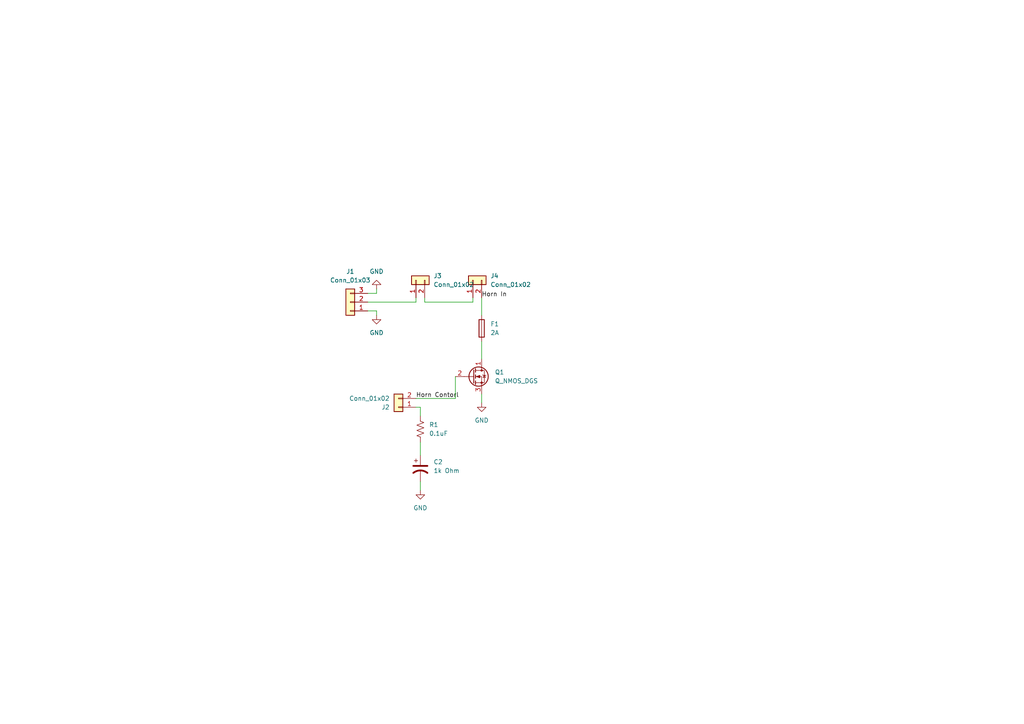
<source format=kicad_sch>
(kicad_sch (version 20231120) (generator "eeschema") (generator_version "8.0")
  (paper "A4")
  (title_block (title "Horns") (date "2025-09-17") (rev "1.0") (company "Illni Solar Car") (comment 1 "Made by:Derrick Lee"))
  (lib_symbols
    (symbol "Connector_Generic:Conn_01x02" (pin_names (offset 1.016) hide)
      (property "Reference" "J" (at 0 2.54 0))
      (property "Value" "Conn_01x02" (at 0 -5.08 0))
      (symbol "Conn_01x02_1_1"
        (rectangle (start -1.27 -2.413) (end 0 -2.667) (stroke (width 0.1524)))
        (rectangle (start -1.27 0.127) (end 0 -0.127) (stroke (width 0.1524)))
        (rectangle (start -1.27 1.27) (end 1.27 -3.81) (stroke (width 0.254)) (fill (type background)))
        (pin passive line (at -5.08 0 0) (length 3.81) (name "Pin_1") (number "1"))
        (pin passive line (at -5.08 -2.54 0) (length 3.81) (name "Pin_2") (number "2"))
      )
    )
    (symbol "Connector_Generic:Conn_01x03" (pin_names (offset 1.016) hide)
      (property "Reference" "J" (at 0 5.08 0))
      (property "Value" "Conn_01x03" (at 0 -5.08 0))
      (symbol "Conn_01x03_1_1"
        (rectangle (start -1.27 -2.413) (end 0 -2.667) (stroke (width 0.1524)))
        (rectangle (start -1.27 0.127) (end 0 -0.127) (stroke (width 0.1524)))
        (rectangle (start -1.27 2.667) (end 0 2.413) (stroke (width 0.1524)))
        (rectangle (start -1.27 3.81) (end 1.27 -3.81) (stroke (width 0.254)) (fill (type background)))
        (pin passive line (at -5.08 2.54 0) (length 3.81) (name "Pin_1") (number "1"))
        (pin passive line (at -5.08 0 0) (length 3.81) (name "Pin_2") (number "2"))
        (pin passive line (at -5.08 -2.54 0) (length 3.81) (name "Pin_3") (number "3"))
      )
    )
    (symbol "Device:C_Polarized_US" (pin_numbers hide) (pin_names (offset 0.254) hide)
      (property "Reference" "C" (at 0.635 2.54 0))
      (property "Value" "C_Polarized_US" (at 0.635 -2.54 0))
      (symbol "C_Polarized_US_0_1"
        (polyline (pts (xy -2.032 0.762) (xy 2.032 0.762)) (stroke (width 0.508)))
        (polyline (pts (xy -1.778 2.286) (xy -0.762 2.286)))
        (polyline (pts (xy -1.27 1.778) (xy -1.27 2.794)))
        (arc (start 2.032 -1.27) (mid 0 -0.5572) (end -2.032 -1.27) (stroke (width 0.508)))
      )
      (symbol "C_Polarized_US_1_1"
        (pin passive line (at 0 3.81 270) (length 2.794) (name "~") (number "1"))
        (pin passive line (at 0 -3.81 90) (length 3.302) (name "~") (number "2"))
      )
    )
    (symbol "Device:R_US" (pin_numbers hide) (pin_names (offset 0))
      (property "Reference" "R" (at 2.54 0 90))
      (property "Value" "R_US" (at -2.54 0 90))
      (symbol "R_US_0_1"
        (polyline (pts (xy 0 -2.286) (xy 0 -2.54)))
        (polyline (pts (xy 0 2.286) (xy 0 2.54)))
        (polyline (pts (xy 0 -0.762) (xy 1.016 -1.143) (xy 0 -1.524) (xy -1.016 -1.905) (xy 0 -2.286)))
        (polyline (pts (xy 0 0.762) (xy 1.016 0.381) (xy 0 0) (xy -1.016 -0.381) (xy 0 -0.762)))
        (polyline (pts (xy 0 2.286) (xy 1.016 1.905) (xy 0 1.524) (xy -1.016 1.143) (xy 0 0.762)))
      )
      (symbol "R_US_1_1"
        (pin passive line (at 0 3.81 270) (length 1.27) (name "~") (number "1"))
        (pin passive line (at 0 -3.81 90) (length 1.27) (name "~") (number "2"))
      )
    )
    (symbol "device:Fuse" (pin_numbers hide) (pin_names (offset 0))
      (property "Reference" "F" (at 2.032 0 90))
      (property "Value" "Fuse" (at -1.905 0 90))
      (symbol "Fuse_0_1"
        (rectangle (start -0.762 -2.54) (end 0.762 2.54) (stroke (width 0.254)))
        (polyline (pts (xy 0 2.54) (xy 0 -2.54)))
      )
      (symbol "Fuse_1_1"
        (pin passive line (at 0 3.81 270) (length 1.27) (name "~") (number "1"))
        (pin passive line (at 0 -3.81 90) (length 1.27) (name "~") (number "2"))
      )
    )
    (symbol "device:Q_NMOS_DGS" (pin_names (offset 0) hide)
      (property "Reference" "Q" (at 5.08 1.27 0))
      (property "Value" "Q_NMOS_DGS" (at 5.08 -1.27 0))
      (symbol "Q_NMOS_DGS_0_1"
        (polyline (pts (xy 0.254 0) (xy -2.54 0)))
        (polyline (pts (xy 0.254 1.905) (xy 0.254 -1.905)) (stroke (width 0.254)))
        (polyline (pts (xy 0.762 -1.27) (xy 0.762 -2.286)) (stroke (width 0.254)))
        (polyline (pts (xy 0.762 0.508) (xy 0.762 -0.508)) (stroke (width 0.254)))
        (polyline (pts (xy 0.762 2.286) (xy 0.762 1.27)) (stroke (width 0.254)))
        (polyline (pts (xy 2.54 2.54) (xy 2.54 1.778)))
        (polyline (pts (xy 2.54 -2.54) (xy 2.54 0) (xy 0.762 0)))
        (polyline (pts (xy 0.762 -1.778) (xy 3.302 -1.778) (xy 3.302 1.778) (xy 0.762 1.778)))
        (polyline (pts (xy 1.016 0) (xy 2.032 0.381) (xy 2.032 -0.381) (xy 1.016 0)) (fill (type outline)))
        (polyline (pts (xy 2.794 0.508) (xy 2.921 0.381) (xy 3.683 0.381) (xy 3.81 0.254)))
        (polyline (pts (xy 3.302 0.381) (xy 2.921 -0.254) (xy 3.683 -0.254) (xy 3.302 0.381)))
        (circle (center 1.651 0) (radius 2.794) (stroke (width 0.254)))
        (circle (center 2.54 -1.778) (radius 0.254) (fill (type outline)))
        (circle (center 2.54 1.778) (radius 0.254) (fill (type outline)))
      )
      (symbol "Q_NMOS_DGS_1_1"
        (pin passive line (at 2.54 5.08 270) (length 2.54) (name "D") (number "1"))
        (pin input line (at -5.08 0 0) (length 2.54) (name "G") (number "2"))
        (pin passive line (at 2.54 -5.08 90) (length 2.54) (name "S") (number "3"))
      )
    )
    (symbol "power:GND" (power) (pin_names (offset 0))
      (property "Value" "GND" (at 0 -3.81 0))
      (symbol "GND_0_1"
        (polyline (pts (xy 0 0) (xy 0 -1.27) (xy 1.27 -1.27) (xy 0 -2.54) (xy -1.27 -1.27) (xy 0 -1.27)))
      )
      (symbol "GND_1_1"
        (pin power_in line (at 0 0 270) (length 0) hide (name "GND") (number "1"))
      )
    )
  )
  (wire (pts (xy 139.7 99.06) (xy 139.7 104.14)))
  (wire (pts (xy 123.19 86.36) (xy 123.19 87.63)))
  (wire (pts (xy 137.16 86.36) (xy 137.16 87.63)))
  (wire (pts (xy 109.22 85.09) (xy 106.68 85.09)))
  (wire (pts (xy 121.92 118.11) (xy 121.92 120.65)))
  (wire (pts (xy 120.65 115.57) (xy 132.08 115.57)))
  (wire (pts (xy 120.65 118.11) (xy 121.92 118.11)))
  (wire (pts (xy 121.92 128.27) (xy 121.92 132.08)))
  (wire (pts (xy 109.22 90.17) (xy 106.68 90.17)))
  (wire (pts (xy 121.92 139.7) (xy 121.92 142.24)))
  (wire (pts (xy 120.65 86.36) (xy 120.65 87.63)))
  (wire (pts (xy 139.7 114.3) (xy 139.7 116.84)))
  (wire (pts (xy 139.7 86.36) (xy 139.7 91.44)))
  (wire (pts (xy 109.22 83.82) (xy 109.22 85.09)))
  (wire (pts (xy 132.08 115.57) (xy 132.08 109.22)))
  (wire (pts (xy 120.65 87.63) (xy 106.68 87.63)))
  (wire (pts (xy 137.16 87.63) (xy 123.19 87.63)))
  (wire (pts (xy 109.22 91.44) (xy 109.22 90.17)))
  (label "Horn In" (at 139.7 86.36 0))
  (label "Horn Contorl" (at 120.65 115.57 0))
  (symbol (lib_id "Connector_Generic:Conn_01x02") (at 137.16 81.28 90) (unit 1)
    (property "Reference" "J4" (at 142.24 80.0099 90) (effects (justify right)))
    (property "Value" "Conn_01x02" (at 142.24 82.5499 90) (effects (justify right)))
    (property "Description" "Generic connector, single row, 01x02, script generated (kicad-library-utils/schlib/autogen/connector/)" (effects (hide yes)))
  )
  (symbol (lib_id "power:GND") (at 109.22 83.82 180) (unit 1)
    (property "Reference" "#PWR2" (effects (hide yes)))
    (property "Value" "GND" (at 109.22 78.74 0))
    (property "Description" "Power symbol creates a global label with name \"GND\" , ground" (effects (hide yes)))
  )
  (symbol (lib_id "device:Q_NMOS_DGS") (at 137.16 109.22 0) (unit 1)
    (property "Reference" "Q1" (at 143.51 107.9499 0) (effects (justify left)))
    (property "Value" "Q_NMOS_DGS" (at 143.51 110.4899 0) (effects (justify left)))
    (property "Description" "N-MOSFET transistor, drain/gate/source" (effects (hide yes)))
  )
  (symbol (lib_id "Device:C_Polarized_US") (at 121.92 135.89 0) (unit 1)
    (property "Reference" "C2" (at 125.73 133.9849 0) (effects (justify left)))
    (property "Value" "1k Ohm" (at 125.73 136.5249 0) (effects (justify left)))
    (property "Description" "Polarized capacitor, US symbol" (effects (hide yes)))
  )
  (symbol (lib_id "power:GND") (at 139.7 116.84 0) (unit 1)
    (property "Reference" "#PWR4" (effects (hide yes)))
    (property "Value" "GND" (at 139.7 121.92 0))
    (property "Description" "Power symbol creates a global label with name \"GND\" , ground" (effects (hide yes)))
  )
  (symbol (lib_id "power:GND") (at 121.92 142.24 0) (unit 1)
    (property "Reference" "#PWR3" (effects (hide yes)))
    (property "Value" "GND" (at 121.92 147.32 0))
    (property "Description" "Power symbol creates a global label with name \"GND\" , ground" (effects (hide yes)))
  )
  (symbol (lib_id "Connector_Generic:Conn_01x02") (at 120.65 81.28 90) (unit 1)
    (property "Reference" "J3" (at 125.73 80.0099 90) (effects (justify right)))
    (property "Value" "Conn_01x02" (at 125.73 82.5499 90) (effects (justify right)))
    (property "Description" "Generic connector, single row, 01x02, script generated (kicad-library-utils/schlib/autogen/connector/)" (effects (hide yes)))
  )
  (symbol (lib_id "Connector_Generic:Conn_01x02") (at 115.57 118.11 180) (unit 1)
    (property "Reference" "J2" (at 113.03 118.1101 0) (effects (justify left)))
    (property "Value" "Conn_01x02" (at 113.03 115.5701 0) (effects (justify left)))
    (property "Description" "Generic connector, single row, 01x02, script generated (kicad-library-utils/schlib/autogen/connector/)" (effects (hide yes)))
  )
  (symbol (lib_id "Connector_Generic:Conn_01x03") (at 101.6 87.63 180) (unit 1)
    (property "Reference" "J1" (at 101.6 78.74 0))
    (property "Value" "Conn_01x03" (at 101.6 81.28 0))
    (property "Description" "Generic connector, single row, 01x03, script generated (kicad-library-utils/schlib/autogen/connector/)" (effects (hide yes)))
  )
  (symbol (lib_id "Device:R_US") (at 121.92 124.46 0) (unit 1)
    (property "Reference" "R1" (at 124.46 123.1899 0) (effects (justify left)))
    (property "Value" "0.1uF" (at 124.46 125.7299 0) (effects (justify left)))
    (property "Description" "Resistor, US symbol" (effects (hide yes)))
  )
  (symbol (lib_id "device:Fuse") (at 139.7 95.25 0) (unit 1)
    (property "Reference" "F1" (at 142.24 93.9799 0) (effects (justify left)))
    (property "Value" "2A" (at 142.24 96.5199 0) (effects (justify left)))
    (property "Description" "Fuse" (effects (hide yes)))
  )
  (symbol (lib_id "power:GND") (at 109.22 91.44 0) (unit 1)
    (property "Reference" "#PWR1" (effects (hide yes)))
    (property "Value" "GND" (at 109.22 96.52 0))
    (property "Description" "Power symbol creates a global label with name \"GND\" , ground" (effects (hide yes)))
  )
)
</source>
